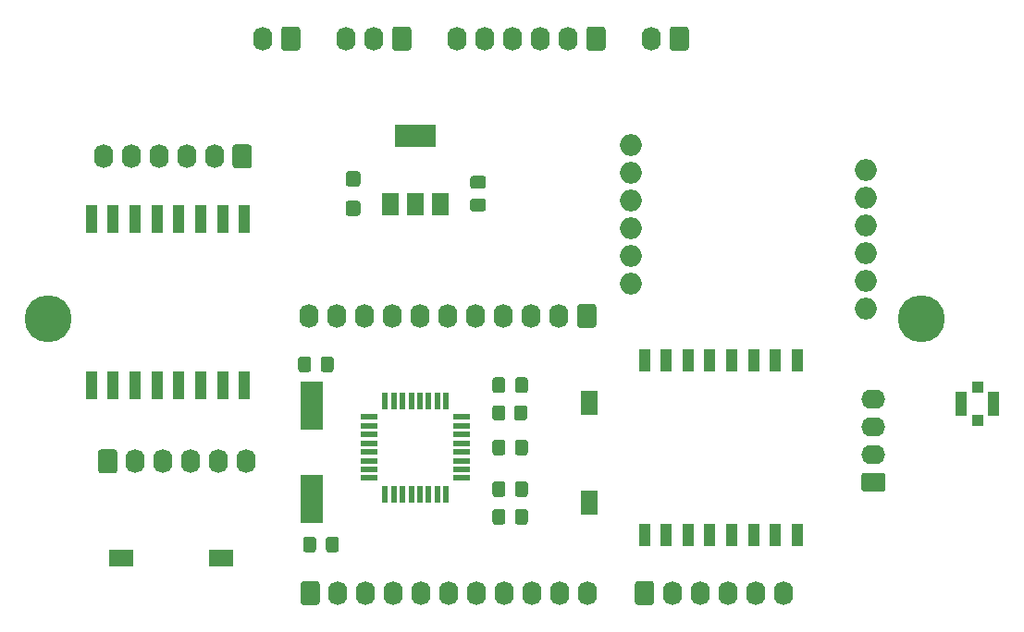
<source format=gbr>
%TF.GenerationSoftware,KiCad,Pcbnew,(5.1.9)-1*%
%TF.CreationDate,2021-09-13T16:04:34+07:00*%
%TF.ProjectId,Nano X ESP V3,4e616e6f-2058-4204-9553-502056332e6b,rev?*%
%TF.SameCoordinates,Original*%
%TF.FileFunction,Soldermask,Top*%
%TF.FilePolarity,Negative*%
%FSLAX46Y46*%
G04 Gerber Fmt 4.6, Leading zero omitted, Abs format (unit mm)*
G04 Created by KiCad (PCBNEW (5.1.9)-1) date 2021-09-13 16:04:34*
%MOMM*%
%LPD*%
G01*
G04 APERTURE LIST*
%ADD10R,1.000000X2.500000*%
%ADD11R,3.800000X2.000000*%
%ADD12R,1.500000X2.000000*%
%ADD13R,1.000000X2.000000*%
%ADD14R,1.600000X0.550000*%
%ADD15R,0.550000X1.600000*%
%ADD16R,1.600000X2.180000*%
%ADD17R,2.180000X1.600000*%
%ADD18R,1.050000X2.200000*%
%ADD19R,1.000000X1.000000*%
%ADD20R,2.000000X4.500000*%
%ADD21O,2.000000X2.000000*%
%ADD22O,1.740000X2.190000*%
%ADD23O,2.190000X1.740000*%
%ADD24C,4.300000*%
G04 APERTURE END LIST*
D10*
%TO.C,U3*%
X108765000Y-108605000D03*
X110765000Y-108605000D03*
X112765000Y-108605000D03*
X114765000Y-108605000D03*
X116765000Y-108605000D03*
X118765000Y-108605000D03*
X120765000Y-108605000D03*
X122765000Y-108605000D03*
X122765000Y-123805000D03*
X120765000Y-123805000D03*
X118765000Y-123805000D03*
X116765000Y-123805000D03*
X114765000Y-123805000D03*
X112765000Y-123805000D03*
X110765000Y-123805000D03*
X108765000Y-123805000D03*
%TD*%
%TO.C,C4*%
G36*
G01*
X144620000Y-107902500D02*
X143670000Y-107902500D01*
G75*
G02*
X143420000Y-107652500I0J250000D01*
G01*
X143420000Y-106977500D01*
G75*
G02*
X143670000Y-106727500I250000J0D01*
G01*
X144620000Y-106727500D01*
G75*
G02*
X144870000Y-106977500I0J-250000D01*
G01*
X144870000Y-107652500D01*
G75*
G02*
X144620000Y-107902500I-250000J0D01*
G01*
G37*
G36*
G01*
X144620000Y-105827500D02*
X143670000Y-105827500D01*
G75*
G02*
X143420000Y-105577500I0J250000D01*
G01*
X143420000Y-104902500D01*
G75*
G02*
X143670000Y-104652500I250000J0D01*
G01*
X144620000Y-104652500D01*
G75*
G02*
X144870000Y-104902500I0J-250000D01*
G01*
X144870000Y-105577500D01*
G75*
G02*
X144620000Y-105827500I-250000J0D01*
G01*
G37*
%TD*%
D11*
%TO.C,U1*%
X138430000Y-100965000D03*
D12*
X138430000Y-107265000D03*
X140730000Y-107265000D03*
X136130000Y-107265000D03*
%TD*%
%TO.C,R1*%
G36*
G01*
X146650000Y-125914999D02*
X146650000Y-126815001D01*
G75*
G02*
X146400001Y-127065000I-249999J0D01*
G01*
X145699999Y-127065000D01*
G75*
G02*
X145450000Y-126815001I0J249999D01*
G01*
X145450000Y-125914999D01*
G75*
G02*
X145699999Y-125665000I249999J0D01*
G01*
X146400001Y-125665000D01*
G75*
G02*
X146650000Y-125914999I0J-249999D01*
G01*
G37*
G36*
G01*
X148650000Y-125914999D02*
X148650000Y-126815001D01*
G75*
G02*
X148400001Y-127065000I-249999J0D01*
G01*
X147699999Y-127065000D01*
G75*
G02*
X147450000Y-126815001I0J249999D01*
G01*
X147450000Y-125914999D01*
G75*
G02*
X147699999Y-125665000I249999J0D01*
G01*
X148400001Y-125665000D01*
G75*
G02*
X148650000Y-125914999I0J-249999D01*
G01*
G37*
%TD*%
D13*
%TO.C,U4*%
X159370000Y-121540000D03*
X161370000Y-121540000D03*
X163370000Y-121540000D03*
X165370000Y-121540000D03*
X167370000Y-121540000D03*
X169370000Y-121540000D03*
X171370000Y-121540000D03*
X173370000Y-121540000D03*
X173370000Y-137540000D03*
X171370000Y-137540000D03*
X169370000Y-137540000D03*
X167370000Y-137540000D03*
X165370000Y-137540000D03*
X163370000Y-137540000D03*
X161370000Y-137540000D03*
X159370000Y-137540000D03*
%TD*%
%TO.C,C2*%
G36*
G01*
X128147500Y-138905000D02*
X128147500Y-137955000D01*
G75*
G02*
X128397500Y-137705000I250000J0D01*
G01*
X129072500Y-137705000D01*
G75*
G02*
X129322500Y-137955000I0J-250000D01*
G01*
X129322500Y-138905000D01*
G75*
G02*
X129072500Y-139155000I-250000J0D01*
G01*
X128397500Y-139155000D01*
G75*
G02*
X128147500Y-138905000I0J250000D01*
G01*
G37*
G36*
G01*
X130222500Y-138905000D02*
X130222500Y-137955000D01*
G75*
G02*
X130472500Y-137705000I250000J0D01*
G01*
X131147500Y-137705000D01*
G75*
G02*
X131397500Y-137955000I0J-250000D01*
G01*
X131397500Y-138905000D01*
G75*
G02*
X131147500Y-139155000I-250000J0D01*
G01*
X130472500Y-139155000D01*
G75*
G02*
X130222500Y-138905000I0J250000D01*
G01*
G37*
%TD*%
%TO.C,C1*%
G36*
G01*
X148712500Y-123350000D02*
X148712500Y-124300000D01*
G75*
G02*
X148462500Y-124550000I-250000J0D01*
G01*
X147787500Y-124550000D01*
G75*
G02*
X147537500Y-124300000I0J250000D01*
G01*
X147537500Y-123350000D01*
G75*
G02*
X147787500Y-123100000I250000J0D01*
G01*
X148462500Y-123100000D01*
G75*
G02*
X148712500Y-123350000I0J-250000D01*
G01*
G37*
G36*
G01*
X146637500Y-123350000D02*
X146637500Y-124300000D01*
G75*
G02*
X146387500Y-124550000I-250000J0D01*
G01*
X145712500Y-124550000D01*
G75*
G02*
X145462500Y-124300000I0J250000D01*
G01*
X145462500Y-123350000D01*
G75*
G02*
X145712500Y-123100000I250000J0D01*
G01*
X146387500Y-123100000D01*
G75*
G02*
X146637500Y-123350000I0J-250000D01*
G01*
G37*
%TD*%
%TO.C,C3*%
G36*
G01*
X128857500Y-121445000D02*
X128857500Y-122395000D01*
G75*
G02*
X128607500Y-122645000I-250000J0D01*
G01*
X127932500Y-122645000D01*
G75*
G02*
X127682500Y-122395000I0J250000D01*
G01*
X127682500Y-121445000D01*
G75*
G02*
X127932500Y-121195000I250000J0D01*
G01*
X128607500Y-121195000D01*
G75*
G02*
X128857500Y-121445000I0J-250000D01*
G01*
G37*
G36*
G01*
X130932500Y-121445000D02*
X130932500Y-122395000D01*
G75*
G02*
X130682500Y-122645000I-250000J0D01*
G01*
X130007500Y-122645000D01*
G75*
G02*
X129757500Y-122395000I0J250000D01*
G01*
X129757500Y-121445000D01*
G75*
G02*
X130007500Y-121195000I250000J0D01*
G01*
X130682500Y-121195000D01*
G75*
G02*
X130932500Y-121445000I0J-250000D01*
G01*
G37*
%TD*%
%TO.C,C5*%
G36*
G01*
X147537500Y-130015000D02*
X147537500Y-129065000D01*
G75*
G02*
X147787500Y-128815000I250000J0D01*
G01*
X148462500Y-128815000D01*
G75*
G02*
X148712500Y-129065000I0J-250000D01*
G01*
X148712500Y-130015000D01*
G75*
G02*
X148462500Y-130265000I-250000J0D01*
G01*
X147787500Y-130265000D01*
G75*
G02*
X147537500Y-130015000I0J250000D01*
G01*
G37*
G36*
G01*
X145462500Y-130015000D02*
X145462500Y-129065000D01*
G75*
G02*
X145712500Y-128815000I250000J0D01*
G01*
X146387500Y-128815000D01*
G75*
G02*
X146637500Y-129065000I0J-250000D01*
G01*
X146637500Y-130015000D01*
G75*
G02*
X146387500Y-130265000I-250000J0D01*
G01*
X145712500Y-130265000D01*
G75*
G02*
X145462500Y-130015000I0J250000D01*
G01*
G37*
%TD*%
D14*
%TO.C,U2*%
X134180000Y-126740000D03*
X134180000Y-127540000D03*
X134180000Y-128340000D03*
X134180000Y-129140000D03*
X134180000Y-129940000D03*
X134180000Y-130740000D03*
X134180000Y-131540000D03*
X134180000Y-132340000D03*
D15*
X135630000Y-133790000D03*
X136430000Y-133790000D03*
X137230000Y-133790000D03*
X138030000Y-133790000D03*
X138830000Y-133790000D03*
X139630000Y-133790000D03*
X140430000Y-133790000D03*
X141230000Y-133790000D03*
D14*
X142680000Y-132340000D03*
X142680000Y-131540000D03*
X142680000Y-130740000D03*
X142680000Y-129940000D03*
X142680000Y-129140000D03*
X142680000Y-128340000D03*
X142680000Y-127540000D03*
X142680000Y-126740000D03*
D15*
X141230000Y-125290000D03*
X140430000Y-125290000D03*
X139630000Y-125290000D03*
X138830000Y-125290000D03*
X138030000Y-125290000D03*
X137230000Y-125290000D03*
X136430000Y-125290000D03*
X135630000Y-125290000D03*
%TD*%
D16*
%TO.C,SW1*%
X154305000Y-125440000D03*
X154305000Y-134620000D03*
%TD*%
D17*
%TO.C,SW2*%
X120650000Y-139700000D03*
X111470000Y-139700000D03*
%TD*%
D18*
%TO.C,AE1*%
X191340000Y-125525000D03*
X188390000Y-125525000D03*
D19*
X189865000Y-127025000D03*
X189865000Y-124025000D03*
%TD*%
%TO.C,C7*%
G36*
G01*
X145462500Y-136365000D02*
X145462500Y-135415000D01*
G75*
G02*
X145712500Y-135165000I250000J0D01*
G01*
X146387500Y-135165000D01*
G75*
G02*
X146637500Y-135415000I0J-250000D01*
G01*
X146637500Y-136365000D01*
G75*
G02*
X146387500Y-136615000I-250000J0D01*
G01*
X145712500Y-136615000D01*
G75*
G02*
X145462500Y-136365000I0J250000D01*
G01*
G37*
G36*
G01*
X147537500Y-136365000D02*
X147537500Y-135415000D01*
G75*
G02*
X147787500Y-135165000I250000J0D01*
G01*
X148462500Y-135165000D01*
G75*
G02*
X148712500Y-135415000I0J-250000D01*
G01*
X148712500Y-136365000D01*
G75*
G02*
X148462500Y-136615000I-250000J0D01*
G01*
X147787500Y-136615000D01*
G75*
G02*
X147537500Y-136365000I0J250000D01*
G01*
G37*
%TD*%
%TO.C,C8*%
G36*
G01*
X145462500Y-133825000D02*
X145462500Y-132875000D01*
G75*
G02*
X145712500Y-132625000I250000J0D01*
G01*
X146387500Y-132625000D01*
G75*
G02*
X146637500Y-132875000I0J-250000D01*
G01*
X146637500Y-133825000D01*
G75*
G02*
X146387500Y-134075000I-250000J0D01*
G01*
X145712500Y-134075000D01*
G75*
G02*
X145462500Y-133825000I0J250000D01*
G01*
G37*
G36*
G01*
X147537500Y-133825000D02*
X147537500Y-132875000D01*
G75*
G02*
X147787500Y-132625000I250000J0D01*
G01*
X148462500Y-132625000D01*
G75*
G02*
X148712500Y-132875000I0J-250000D01*
G01*
X148712500Y-133825000D01*
G75*
G02*
X148462500Y-134075000I-250000J0D01*
G01*
X147787500Y-134075000D01*
G75*
G02*
X147537500Y-133825000I0J250000D01*
G01*
G37*
%TD*%
D20*
%TO.C,Y1*%
X128905000Y-134230000D03*
X128905000Y-125730000D03*
%TD*%
D21*
%TO.C,U5*%
X158115000Y-114540000D03*
X158115000Y-112000000D03*
X158115000Y-109460000D03*
X158115000Y-106920000D03*
X158115000Y-104380000D03*
X158115000Y-101840000D03*
X179615000Y-116840000D03*
X179615000Y-114300000D03*
X179615000Y-111760000D03*
X179615000Y-109220000D03*
X179615000Y-106680000D03*
X179615000Y-104140000D03*
%TD*%
D22*
%TO.C,J1*%
X122950000Y-130810000D03*
X120410000Y-130810000D03*
X117870000Y-130810000D03*
X115330000Y-130810000D03*
X112790000Y-130810000D03*
G36*
G01*
X109380000Y-131655001D02*
X109380000Y-129964999D01*
G75*
G02*
X109629999Y-129715000I249999J0D01*
G01*
X110870001Y-129715000D01*
G75*
G02*
X111120000Y-129964999I0J-249999D01*
G01*
X111120000Y-131655001D01*
G75*
G02*
X110870001Y-131905000I-249999J0D01*
G01*
X109629999Y-131905000D01*
G75*
G02*
X109380000Y-131655001I0J249999D01*
G01*
G37*
%TD*%
%TO.C,J3*%
G36*
G01*
X154970000Y-116629999D02*
X154970000Y-118320001D01*
G75*
G02*
X154720001Y-118570000I-249999J0D01*
G01*
X153479999Y-118570000D01*
G75*
G02*
X153230000Y-118320001I0J249999D01*
G01*
X153230000Y-116629999D01*
G75*
G02*
X153479999Y-116380000I249999J0D01*
G01*
X154720001Y-116380000D01*
G75*
G02*
X154970000Y-116629999I0J-249999D01*
G01*
G37*
X151560000Y-117475000D03*
X149020000Y-117475000D03*
X146480000Y-117475000D03*
X143940000Y-117475000D03*
X141400000Y-117475000D03*
X138860000Y-117475000D03*
X136320000Y-117475000D03*
X133780000Y-117475000D03*
X131240000Y-117475000D03*
X128700000Y-117475000D03*
%TD*%
%TO.C,J2*%
G36*
G01*
X123425000Y-102024999D02*
X123425000Y-103715001D01*
G75*
G02*
X123175001Y-103965000I-249999J0D01*
G01*
X121934999Y-103965000D01*
G75*
G02*
X121685000Y-103715001I0J249999D01*
G01*
X121685000Y-102024999D01*
G75*
G02*
X121934999Y-101775000I249999J0D01*
G01*
X123175001Y-101775000D01*
G75*
G02*
X123425000Y-102024999I0J-249999D01*
G01*
G37*
X120015000Y-102870000D03*
X117475000Y-102870000D03*
X114935000Y-102870000D03*
X112395000Y-102870000D03*
X109855000Y-102870000D03*
%TD*%
%TO.C,J4*%
X154180000Y-142875000D03*
X151640000Y-142875000D03*
X149100000Y-142875000D03*
X146560000Y-142875000D03*
X144020000Y-142875000D03*
X141480000Y-142875000D03*
X138940000Y-142875000D03*
X136400000Y-142875000D03*
X133860000Y-142875000D03*
X131320000Y-142875000D03*
G36*
G01*
X127910000Y-143720001D02*
X127910000Y-142029999D01*
G75*
G02*
X128159999Y-141780000I249999J0D01*
G01*
X129400001Y-141780000D01*
G75*
G02*
X129650000Y-142029999I0J-249999D01*
G01*
X129650000Y-143720001D01*
G75*
G02*
X129400001Y-143970000I-249999J0D01*
G01*
X128159999Y-143970000D01*
G75*
G02*
X127910000Y-143720001I0J249999D01*
G01*
G37*
%TD*%
%TO.C,J5*%
X142240000Y-92075000D03*
X144780000Y-92075000D03*
X147320000Y-92075000D03*
X149860000Y-92075000D03*
X152400000Y-92075000D03*
G36*
G01*
X155810000Y-91229999D02*
X155810000Y-92920001D01*
G75*
G02*
X155560001Y-93170000I-249999J0D01*
G01*
X154319999Y-93170000D01*
G75*
G02*
X154070000Y-92920001I0J249999D01*
G01*
X154070000Y-91229999D01*
G75*
G02*
X154319999Y-90980000I249999J0D01*
G01*
X155560001Y-90980000D01*
G75*
G02*
X155810000Y-91229999I0J-249999D01*
G01*
G37*
%TD*%
%TO.C,J6*%
G36*
G01*
X163430000Y-91229999D02*
X163430000Y-92920001D01*
G75*
G02*
X163180001Y-93170000I-249999J0D01*
G01*
X161939999Y-93170000D01*
G75*
G02*
X161690000Y-92920001I0J249999D01*
G01*
X161690000Y-91229999D01*
G75*
G02*
X161939999Y-90980000I249999J0D01*
G01*
X163180001Y-90980000D01*
G75*
G02*
X163430000Y-91229999I0J-249999D01*
G01*
G37*
X160020000Y-92075000D03*
%TD*%
%TO.C,J7*%
X124460000Y-92075000D03*
G36*
G01*
X127870000Y-91229999D02*
X127870000Y-92920001D01*
G75*
G02*
X127620001Y-93170000I-249999J0D01*
G01*
X126379999Y-93170000D01*
G75*
G02*
X126130000Y-92920001I0J249999D01*
G01*
X126130000Y-91229999D01*
G75*
G02*
X126379999Y-90980000I249999J0D01*
G01*
X127620001Y-90980000D01*
G75*
G02*
X127870000Y-91229999I0J-249999D01*
G01*
G37*
%TD*%
%TO.C,J8*%
G36*
G01*
X158515000Y-143720001D02*
X158515000Y-142029999D01*
G75*
G02*
X158764999Y-141780000I249999J0D01*
G01*
X160005001Y-141780000D01*
G75*
G02*
X160255000Y-142029999I0J-249999D01*
G01*
X160255000Y-143720001D01*
G75*
G02*
X160005001Y-143970000I-249999J0D01*
G01*
X158764999Y-143970000D01*
G75*
G02*
X158515000Y-143720001I0J249999D01*
G01*
G37*
X161925000Y-142875000D03*
X164465000Y-142875000D03*
X167005000Y-142875000D03*
X169545000Y-142875000D03*
X172085000Y-142875000D03*
%TD*%
D23*
%TO.C,J9*%
X180340000Y-125095000D03*
X180340000Y-127635000D03*
X180340000Y-130175000D03*
G36*
G01*
X181185001Y-133585000D02*
X179494999Y-133585000D01*
G75*
G02*
X179245000Y-133335001I0J249999D01*
G01*
X179245000Y-132094999D01*
G75*
G02*
X179494999Y-131845000I249999J0D01*
G01*
X181185001Y-131845000D01*
G75*
G02*
X181435000Y-132094999I0J-249999D01*
G01*
X181435000Y-133335001D01*
G75*
G02*
X181185001Y-133585000I-249999J0D01*
G01*
G37*
%TD*%
%TO.C,J10*%
G36*
G01*
X138030000Y-91229999D02*
X138030000Y-92920001D01*
G75*
G02*
X137780001Y-93170000I-249999J0D01*
G01*
X136539999Y-93170000D01*
G75*
G02*
X136290000Y-92920001I0J249999D01*
G01*
X136290000Y-91229999D01*
G75*
G02*
X136539999Y-90980000I249999J0D01*
G01*
X137780001Y-90980000D01*
G75*
G02*
X138030000Y-91229999I0J-249999D01*
G01*
G37*
D22*
X134620000Y-92075000D03*
X132080000Y-92075000D03*
%TD*%
%TO.C,C6*%
G36*
G01*
X132289999Y-104227500D02*
X133140001Y-104227500D01*
G75*
G02*
X133390000Y-104477499I0J-249999D01*
G01*
X133390000Y-105377501D01*
G75*
G02*
X133140001Y-105627500I-249999J0D01*
G01*
X132289999Y-105627500D01*
G75*
G02*
X132040000Y-105377501I0J249999D01*
G01*
X132040000Y-104477499D01*
G75*
G02*
X132289999Y-104227500I249999J0D01*
G01*
G37*
G36*
G01*
X132289999Y-106927500D02*
X133140001Y-106927500D01*
G75*
G02*
X133390000Y-107177499I0J-249999D01*
G01*
X133390000Y-108077501D01*
G75*
G02*
X133140001Y-108327500I-249999J0D01*
G01*
X132289999Y-108327500D01*
G75*
G02*
X132040000Y-108077501I0J249999D01*
G01*
X132040000Y-107177499D01*
G75*
G02*
X132289999Y-106927500I249999J0D01*
G01*
G37*
%TD*%
D24*
%TO.C,H1*%
X184725000Y-117750000D03*
%TD*%
%TO.C,H2*%
X104775000Y-117750000D03*
%TD*%
M02*

</source>
